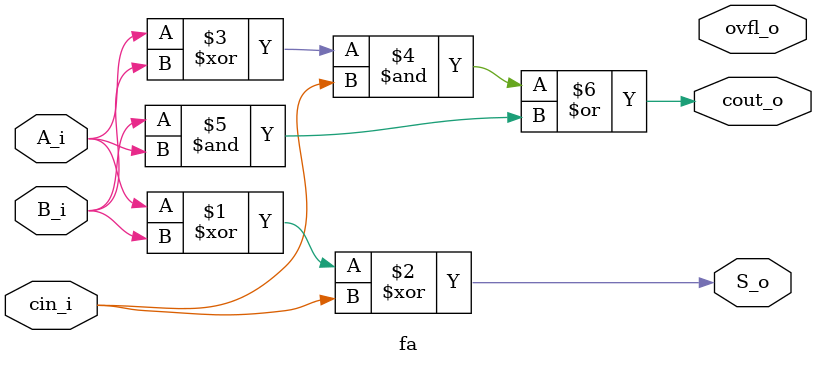
<source format=v>
`timescale 1ns / 1ps


module fa(
    input A_i,
    input B_i,
    input cin_i,
    output S_o,
    output ovfl_o,
    output cout_o
    );
    assign S_o = (A_i^B_i)^cin_i;
    assign cout_o = ((A_i^B_i) & cin_i) | (B_i & A_i);
endmodule
</source>
